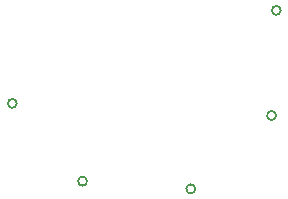
<source format=gbr>
G04 #@! TF.GenerationSoftware,KiCad,Pcbnew,(5.1.5)-3*
G04 #@! TF.CreationDate,2020-07-05T11:52:35-05:00*
G04 #@! TF.ProjectId,HallSensor,48616c6c-5365-46e7-936f-722e6b696361,rev?*
G04 #@! TF.SameCoordinates,Original*
G04 #@! TF.FileFunction,Legend,Bot*
G04 #@! TF.FilePolarity,Positive*
%FSLAX46Y46*%
G04 Gerber Fmt 4.6, Leading zero omitted, Abs format (unit mm)*
G04 Created by KiCad (PCBNEW (5.1.5)-3) date 2020-07-05 11:52:35*
%MOMM*%
%LPD*%
G04 APERTURE LIST*
%ADD10C,0.152400*%
G04 APERTURE END LIST*
D10*
X111125000Y-91567000D02*
G75*
G03X111125000Y-91567000I-381000J0D01*
G01*
X117074854Y-98151854D02*
G75*
G03X117074854Y-98151854I-381000J0D01*
G01*
X126238000Y-98806000D02*
G75*
G03X126238000Y-98806000I-381000J0D01*
G01*
X133076854Y-92602146D02*
G75*
G03X133076854Y-92602146I-381000J0D01*
G01*
X133477000Y-83693000D02*
G75*
G03X133477000Y-83693000I-381000J0D01*
G01*
M02*

</source>
